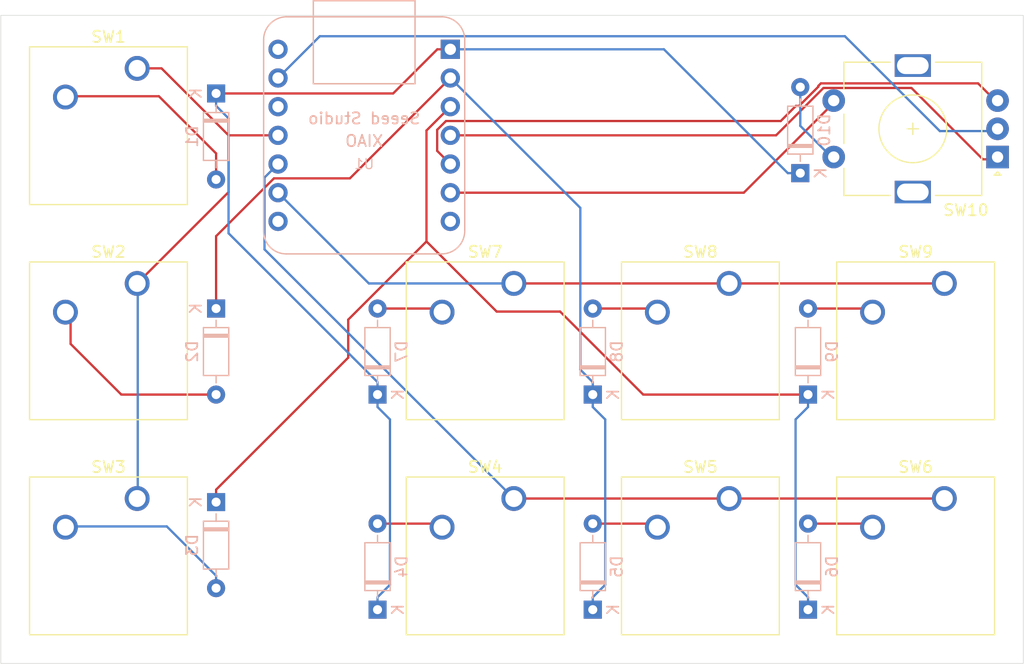
<source format=kicad_pcb>
(kicad_pcb (version 20240108) (generator "pcbnew") (generator_version "8.0")
  (layers (0 "F.Cu" signal) (31 "B.Cu" signal) (34 "B.Paste" user) (35 "F.Paste" user) (36 "B.SilkS" user "B.Silkscreen") (37 "F.SilkS" user "F.Silkscreen") (38 "B.Mask" user) (39 "F.Mask" user) (44 "Edge.Cuts" user))
  (net 0 "")
  (net 1 "Row 1")
  (net 2 "Net-(D1-A)")
  (net 3 "Net-(D2-A)")
  (net 4 "Net-(D3-A)")
  (net 5 "Row 0")
  (net 6 "Net-(D4-A)")
  (net 7 "Net-(D5-A)")
  (net 8 "Net-(D6-A)")
  (net 9 "Net-(D7-A)")
  (net 10 "Net-(D8-A)")
  (net 11 "Net-(D9-A)")
  (net 12 "Col 0")
  (net 13 "Col 1")
  (net 14 "Row 2")
  (net 15 "Col 2")
  (net 16 "Col 3")
  (net 17 "pin b")
  (net 19 "pin a")
  (net 22 "GND")
  (net 23 "VCC")
  (net 24 "Rotation1")
  (footprint "Rotary_Encoder:RotaryEncoder_Alps_EC11E-Switch_Vertical_H20mm" (layer "F.Cu") (at 159.65 88.5 180)
    (property "Reference" "SW10" (at 2.8 -4.7 0) (layer "F.SilkS"))
    (property "Value" "RotaryEncoder_Switch")
    (fp_line (start 13.6 8.4) (end 9.5 8.4) (stroke (width 0.12)) (layer "F.SilkS"))
    (fp_line (start 13.6 6) (end 13.6 8.4) (stroke (width 0.12)) (layer "F.SilkS"))
    (fp_line (start 13.6 1.2) (end 13.6 3.8) (stroke (width 0.12)) (layer "F.SilkS"))
    (fp_line (start 13.6 -3.4) (end 13.6 -1) (stroke (width 0.12)) (layer "F.SilkS"))
    (fp_line (start 9.5 -3.4) (end 13.6 -3.4) (stroke (width 0.12)) (layer "F.SilkS"))
    (fp_line (start 7.5 2) (end 7.5 3) (stroke (width 0.12)) (layer "F.SilkS"))
    (fp_line (start 7 2.5) (end 8 2.5) (stroke (width 0.12)) (layer "F.SilkS"))
    (fp_line (start 5.5 8.4) (end 1.4 8.4) (stroke (width 0.12)) (layer "F.SilkS"))
    (fp_line (start 5.5 -3.4) (end 1.4 -3.4) (stroke (width 0.12)) (layer "F.SilkS"))
    (fp_line (start 1.4 -3.4) (end 1.4 8.4) (stroke (width 0.12)) (layer "F.SilkS"))
    (fp_line (start 0.3 -1.6) (end 0 -1.3) (stroke (width 0.12)) (layer "F.SilkS"))
    (fp_line (start 0 -1.3) (end -0.3 -1.6) (stroke (width 0.12)) (layer "F.SilkS"))
    (fp_line (start -0.3 -1.6) (end 0.3 -1.6) (stroke (width 0.12)) (layer "F.SilkS"))
    (fp_circle (center 7.5 2.5) (end 10.5 2.5) (stroke (width 0.12)) (fill none) (layer "F.SilkS"))
    (pad "A" thru_hole rect (at 0 0 180) (size 2 2) (drill 1) (layers "*.Cu" "*.Mask") (net 19 "pin a"))
    (pad "B" thru_hole circle (at 0 5 180) (size 2 2) (drill 1) (layers "*.Cu" "*.Mask") (net 17 "pin b"))
    (pad "C" thru_hole circle (at 0 2.5 180) (size 2 2) (drill 1) (layers "*.Cu" "*.Mask") (net 22 "GND"))
    (pad "MP" thru_hole rect (at 7.5 -3.1 180) (size 3.2 2) (drill oval 2.8 1.5) (layers "*.Cu" "*.Mask"))
    (pad "MP" thru_hole rect (at 7.5 8.1 180) (size 3.2 2) (drill oval 2.8 1.5) (layers "*.Cu" "*.Mask"))
    (pad "S1" thru_hole circle (at 14.5 5 180) (size 2 2) (drill 1) (layers "*.Cu" "*.Mask") (net 16 "Col 3"))
    (pad "S2" thru_hole circle (at 14.5 0 180) (size 2 2) (drill 1) (layers "*.Cu" "*.Mask") (net 24 "Rotation1"))
  )
  (footprint "Button_Switch_Keyboard:SW_Cherry_MX_1.00u_PCB" (layer "F.Cu") (at 116.84 99.695)
    (property "Reference" "SW7" (at -2.54 -2.794 0) (layer "F.SilkS"))
    (property "Value" "SW_Push_45deg")
    (fp_line (start -9.525 -1.905) (end 4.445 -1.905) (stroke (width 0.12)) (layer "F.SilkS"))
    (fp_line (start -9.525 12.065) (end -9.525 -1.905) (stroke (width 0.12)) (layer "F.SilkS"))
    (fp_line (start 4.445 -1.905) (end 4.445 12.065) (stroke (width 0.12)) (layer "F.SilkS"))
    (fp_line (start 4.445 12.065) (end -9.525 12.065) (stroke (width 0.12)) (layer "F.SilkS"))
    (pad "" np_thru_hole circle (at -7.62 5.08) (size 1.7 1.7) (drill 1.7) (layers "*.Cu" "*.Mask"))
    (pad "" np_thru_hole circle (at -2.54 5.08) (size 4 4) (drill 4) (layers "*.Cu" "*.Mask"))
    (pad "" np_thru_hole circle (at 2.54 5.08) (size 1.7 1.7) (drill 1.7) (layers "*.Cu" "*.Mask"))
    (pad "1" thru_hole circle (at 0 0) (size 2.2 2.2) (drill 1.5) (layers "*.Cu" "*.Mask") (net 15 "Col 2"))
    (pad "2" thru_hole circle (at -6.35 2.54) (size 2.2 2.2) (drill 1.5) (layers "*.Cu" "*.Mask") (net 9 "Net-(D7-A)"))
  )
  (footprint "Button_Switch_Keyboard:SW_Cherry_MX_1.00u_PCB" (layer "F.Cu") (at 154.94 118.745)
    (property "Reference" "SW6" (at -2.54 -2.794 0) (layer "F.SilkS"))
    (property "Value" "SW_Push_45deg")
    (fp_line (start -9.525 -1.905) (end 4.445 -1.905) (stroke (width 0.12)) (layer "F.SilkS"))
    (fp_line (start -9.525 12.065) (end -9.525 -1.905) (stroke (width 0.12)) (layer "F.SilkS"))
    (fp_line (start 4.445 -1.905) (end 4.445 12.065) (stroke (width 0.12)) (layer "F.SilkS"))
    (fp_line (start 4.445 12.065) (end -9.525 12.065) (stroke (width 0.12)) (layer "F.SilkS"))
    (pad "" np_thru_hole circle (at -7.62 5.08) (size 1.7 1.7) (drill 1.7) (layers "*.Cu" "*.Mask"))
    (pad "" np_thru_hole circle (at -2.54 5.08) (size 4 4) (drill 4) (layers "*.Cu" "*.Mask"))
    (pad "" np_thru_hole circle (at 2.54 5.08) (size 1.7 1.7) (drill 1.7) (layers "*.Cu" "*.Mask"))
    (pad "1" thru_hole circle (at 0 0) (size 2.2 2.2) (drill 1.5) (layers "*.Cu" "*.Mask") (net 13 "Col 1"))
    (pad "2" thru_hole circle (at -6.35 2.54) (size 2.2 2.2) (drill 1.5) (layers "*.Cu" "*.Mask") (net 8 "Net-(D6-A)"))
  )
  (footprint "Button_Switch_Keyboard:SW_Cherry_MX_1.00u_PCB" (layer "F.Cu") (at 154.94 99.695)
    (property "Reference" "SW9" (at -2.54 -2.794 0) (layer "F.SilkS"))
    (property "Value" "SW_Push_45deg")
    (fp_line (start -9.525 -1.905) (end 4.445 -1.905) (stroke (width 0.12)) (layer "F.SilkS"))
    (fp_line (start -9.525 12.065) (end -9.525 -1.905) (stroke (width 0.12)) (layer "F.SilkS"))
    (fp_line (start 4.445 -1.905) (end 4.445 12.065) (stroke (width 0.12)) (layer "F.SilkS"))
    (fp_line (start 4.445 12.065) (end -9.525 12.065) (stroke (width 0.12)) (layer "F.SilkS"))
    (pad "" np_thru_hole circle (at -7.62 5.08) (size 1.7 1.7) (drill 1.7) (layers "*.Cu" "*.Mask"))
    (pad "" np_thru_hole circle (at -2.54 5.08) (size 4 4) (drill 4) (layers "*.Cu" "*.Mask"))
    (pad "" np_thru_hole circle (at 2.54 5.08) (size 1.7 1.7) (drill 1.7) (layers "*.Cu" "*.Mask"))
    (pad "1" thru_hole circle (at 0 0) (size 2.2 2.2) (drill 1.5) (layers "*.Cu" "*.Mask") (net 15 "Col 2"))
    (pad "2" thru_hole circle (at -6.35 2.54) (size 2.2 2.2) (drill 1.5) (layers "*.Cu" "*.Mask") (net 11 "Net-(D9-A)"))
  )
  (footprint "Button_Switch_Keyboard:SW_Cherry_MX_1.00u_PCB" (layer "F.Cu") (at 83.5025 118.745)
    (property "Reference" "SW3" (at -2.54 -2.794 0) (layer "F.SilkS"))
    (property "Value" "SW_Push_45deg")
    (fp_line (start -9.525 -1.905) (end 4.445 -1.905) (stroke (width 0.12)) (layer "F.SilkS"))
    (fp_line (start -9.525 12.065) (end -9.525 -1.905) (stroke (width 0.12)) (layer "F.SilkS"))
    (fp_line (start 4.445 -1.905) (end 4.445 12.065) (stroke (width 0.12)) (layer "F.SilkS"))
    (fp_line (start 4.445 12.065) (end -9.525 12.065) (stroke (width 0.12)) (layer "F.SilkS"))
    (pad "" np_thru_hole circle (at -7.62 5.08) (size 1.7 1.7) (drill 1.7) (layers "*.Cu" "*.Mask"))
    (pad "" np_thru_hole circle (at -2.54 5.08) (size 4 4) (drill 4) (layers "*.Cu" "*.Mask"))
    (pad "" np_thru_hole circle (at 2.54 5.08) (size 1.7 1.7) (drill 1.7) (layers "*.Cu" "*.Mask"))
    (pad "1" thru_hole circle (at 0 0) (size 2.2 2.2) (drill 1.5) (layers "*.Cu" "*.Mask") (net 12 "Col 0"))
    (pad "2" thru_hole circle (at -6.35 2.54) (size 2.2 2.2) (drill 1.5) (layers "*.Cu" "*.Mask") (net 4 "Net-(D3-A)"))
  )
  (footprint "Button_Switch_Keyboard:SW_Cherry_MX_1.00u_PCB" (layer "F.Cu") (at 83.5025 99.695)
    (property "Reference" "SW2" (at -2.54 -2.794 0) (layer "F.SilkS"))
    (property "Value" "SW_Push_45deg")
    (fp_line (start -9.525 -1.905) (end 4.445 -1.905) (stroke (width 0.12)) (layer "F.SilkS"))
    (fp_line (start -9.525 12.065) (end -9.525 -1.905) (stroke (width 0.12)) (layer "F.SilkS"))
    (fp_line (start 4.445 -1.905) (end 4.445 12.065) (stroke (width 0.12)) (layer "F.SilkS"))
    (fp_line (start 4.445 12.065) (end -9.525 12.065) (stroke (width 0.12)) (layer "F.SilkS"))
    (pad "" np_thru_hole circle (at -7.62 5.08) (size 1.7 1.7) (drill 1.7) (layers "*.Cu" "*.Mask"))
    (pad "" np_thru_hole circle (at -2.54 5.08) (size 4 4) (drill 4) (layers "*.Cu" "*.Mask"))
    (pad "" np_thru_hole circle (at 2.54 5.08) (size 1.7 1.7) (drill 1.7) (layers "*.Cu" "*.Mask"))
    (pad "1" thru_hole circle (at 0 0) (size 2.2 2.2) (drill 1.5) (layers "*.Cu" "*.Mask") (net 12 "Col 0"))
    (pad "2" thru_hole circle (at -6.35 2.54) (size 2.2 2.2) (drill 1.5) (layers "*.Cu" "*.Mask") (net 3 "Net-(D2-A)"))
  )
  (footprint "Button_Switch_Keyboard:SW_Cherry_MX_1.00u_PCB" (layer "F.Cu") (at 135.89 99.695)
    (property "Reference" "SW8" (at -2.54 -2.794 0) (layer "F.SilkS"))
    (property "Value" "SW_Push_45deg")
    (fp_line (start -9.525 -1.905) (end 4.445 -1.905) (stroke (width 0.12)) (layer "F.SilkS"))
    (fp_line (start -9.525 12.065) (end -9.525 -1.905) (stroke (width 0.12)) (layer "F.SilkS"))
    (fp_line (start 4.445 -1.905) (end 4.445 12.065) (stroke (width 0.12)) (layer "F.SilkS"))
    (fp_line (start 4.445 12.065) (end -9.525 12.065) (stroke (width 0.12)) (layer "F.SilkS"))
    (pad "" np_thru_hole circle (at -7.62 5.08) (size 1.7 1.7) (drill 1.7) (layers "*.Cu" "*.Mask"))
    (pad "" np_thru_hole circle (at -2.54 5.08) (size 4 4) (drill 4) (layers "*.Cu" "*.Mask"))
    (pad "" np_thru_hole circle (at 2.54 5.08) (size 1.7 1.7) (drill 1.7) (layers "*.Cu" "*.Mask"))
    (pad "1" thru_hole circle (at 0 0) (size 2.2 2.2) (drill 1.5) (layers "*.Cu" "*.Mask") (net 15 "Col 2"))
    (pad "2" thru_hole circle (at -6.35 2.54) (size 2.2 2.2) (drill 1.5) (layers "*.Cu" "*.Mask") (net 10 "Net-(D8-A)"))
  )
  (footprint "Button_Switch_Keyboard:SW_Cherry_MX_1.00u_PCB" (layer "F.Cu") (at 116.84 118.745)
    (property "Reference" "SW4" (at -2.54 -2.794 0) (layer "F.SilkS"))
    (property "Value" "SW_Push_45deg")
    (fp_line (start -9.525 -1.905) (end 4.445 -1.905) (stroke (width 0.12)) (layer "F.SilkS"))
    (fp_line (start -9.525 12.065) (end -9.525 -1.905) (stroke (width 0.12)) (layer "F.SilkS"))
    (fp_line (start 4.445 -1.905) (end 4.445 12.065) (stroke (width 0.12)) (layer "F.SilkS"))
    (fp_line (start 4.445 12.065) (end -9.525 12.065) (stroke (width 0.12)) (layer "F.SilkS"))
    (pad "" np_thru_hole circle (at -7.62 5.08) (size 1.7 1.7) (drill 1.7) (layers "*.Cu" "*.Mask"))
    (pad "" np_thru_hole circle (at -2.54 5.08) (size 4 4) (drill 4) (layers "*.Cu" "*.Mask"))
    (pad "" np_thru_hole circle (at 2.54 5.08) (size 1.7 1.7) (drill 1.7) (layers "*.Cu" "*.Mask"))
    (pad "1" thru_hole circle (at 0 0) (size 2.2 2.2) (drill 1.5) (layers "*.Cu" "*.Mask") (net 13 "Col 1"))
    (pad "2" thru_hole circle (at -6.35 2.54) (size 2.2 2.2) (drill 1.5) (layers "*.Cu" "*.Mask") (net 6 "Net-(D4-A)"))
  )
  (footprint "Button_Switch_Keyboard:SW_Cherry_MX_1.00u_PCB" (layer "F.Cu") (at 135.89 118.745)
    (property "Reference" "SW5" (at -2.54 -2.794 0) (layer "F.SilkS"))
    (property "Value" "SW_Push_45deg")
    (fp_line (start -9.525 -1.905) (end 4.445 -1.905) (stroke (width 0.12)) (layer "F.SilkS"))
    (fp_line (start -9.525 12.065) (end -9.525 -1.905) (stroke (width 0.12)) (layer "F.SilkS"))
    (fp_line (start 4.445 -1.905) (end 4.445 12.065) (stroke (width 0.12)) (layer "F.SilkS"))
    (fp_line (start 4.445 12.065) (end -9.525 12.065) (stroke (width 0.12)) (layer "F.SilkS"))
    (pad "" np_thru_hole circle (at -7.62 5.08) (size 1.7 1.7) (drill 1.7) (layers "*.Cu" "*.Mask"))
    (pad "" np_thru_hole circle (at -2.54 5.08) (size 4 4) (drill 4) (layers "*.Cu" "*.Mask"))
    (pad "" np_thru_hole circle (at 2.54 5.08) (size 1.7 1.7) (drill 1.7) (layers "*.Cu" "*.Mask"))
    (pad "1" thru_hole circle (at 0 0) (size 2.2 2.2) (drill 1.5) (layers "*.Cu" "*.Mask") (net 13 "Col 1"))
    (pad "2" thru_hole circle (at -6.35 2.54) (size 2.2 2.2) (drill 1.5) (layers "*.Cu" "*.Mask") (net 7 "Net-(D5-A)"))
  )
  (footprint "Button_Switch_Keyboard:SW_Cherry_MX_1.00u_PCB" (layer "F.Cu") (at 83.5025 80.645)
    (property "Reference" "SW1" (at -2.54 -2.794 0) (layer "F.SilkS"))
    (property "Value" "SW_Push_45deg")
    (fp_line (start -9.525 -1.905) (end 4.445 -1.905) (stroke (width 0.12)) (layer "F.SilkS"))
    (fp_line (start -9.525 12.065) (end -9.525 -1.905) (stroke (width 0.12)) (layer "F.SilkS"))
    (fp_line (start 4.445 -1.905) (end 4.445 12.065) (stroke (width 0.12)) (layer "F.SilkS"))
    (fp_line (start 4.445 12.065) (end -9.525 12.065) (stroke (width 0.12)) (layer "F.SilkS"))
    (pad "" np_thru_hole circle (at -7.62 5.08) (size 1.7 1.7) (drill 1.7) (layers "*.Cu" "*.Mask"))
    (pad "" np_thru_hole circle (at -2.54 5.08) (size 4 4) (drill 4) (layers "*.Cu" "*.Mask"))
    (pad "" np_thru_hole circle (at 2.54 5.08) (size 1.7 1.7) (drill 1.7) (layers "*.Cu" "*.Mask"))
    (pad "1" thru_hole circle (at 0 0) (size 2.2 2.2) (drill 1.5) (layers "*.Cu" "*.Mask") (net 12 "Col 0"))
    (pad "2" thru_hole circle (at -6.35 2.54) (size 2.2 2.2) (drill 1.5) (layers "*.Cu" "*.Mask") (net 2 "Net-(D1-A)"))
  )
  (footprint "Diode_THT:D_DO-35_SOD27_P7.62mm_Horizontal" (layer "B.Cu") (at 142.1912 89.926 90)
    (property "Reference" "D10" (at 3.81 2.12 -90) (layer "B.SilkS") (effects (justify mirror)))
    (property "Value" "1N4148")
    (fp_line (start 5.93 -1.12) (end 1.69 -1.12) (stroke (width 0.12)) (layer "B.SilkS"))
    (fp_line (start 2.53 -1.12) (end 2.53 1.12) (stroke (width 0.12)) (layer "B.SilkS"))
    (fp_line (start 2.41 -1.12) (end 2.41 1.12) (stroke (width 0.12)) (layer "B.SilkS"))
    (fp_line (start 2.29 -1.12) (end 2.29 1.12) (stroke (width 0.12)) (layer "B.SilkS"))
    (fp_line (start 1.69 -1.12) (end 1.69 1.12) (stroke (width 0.12)) (layer "B.SilkS"))
    (fp_line (start 5.93 0) (end 6.58 0) (stroke (width 0.12)) (layer "B.SilkS"))
    (fp_line (start 1.69 0) (end 1.04 0) (stroke (width 0.12)) (layer "B.SilkS"))
    (fp_line (start 5.93 1.12) (end 5.93 -1.12) (stroke (width 0.12)) (layer "B.SilkS"))
    (fp_line (start 1.69 1.12) (end 5.93 1.12) (stroke (width 0.12)) (layer "B.SilkS"))
    (fp_text user "K" (at 0 1.8 -90) (layer "B.SilkS") (effects (justify mirror)))
    (pad "1" thru_hole rect (at 0 0 90) (size 1.6 1.6) (drill 0.8) (layers "*.Cu" "*.Mask") (net 5 "Row 0"))
    (pad "2" thru_hole oval (at 7.62 0 90) (size 1.6 1.6) (drill 0.8) (layers "*.Cu" "*.Mask") (net 24 "Rotation1"))
  )
  (footprint "Diode_THT:D_DO-35_SOD27_P7.62mm_Horizontal" (layer "B.Cu") (at 123.825 128.5875 90)
    (property "Reference" "D5" (at 3.81 2.12 -90) (layer "B.SilkS") (effects (justify mirror)))
    (property "Value" "1N4148")
    (fp_line (start 5.93 -1.12) (end 1.69 -1.12) (stroke (width 0.12)) (layer "B.SilkS"))
    (fp_line (start 2.53 -1.12) (end 2.53 1.12) (stroke (width 0.12)) (layer "B.SilkS"))
    (fp_line (start 2.41 -1.12) (end 2.41 1.12) (stroke (width 0.12)) (layer "B.SilkS"))
    (fp_line (start 2.29 -1.12) (end 2.29 1.12) (stroke (width 0.12)) (layer "B.SilkS"))
    (fp_line (start 1.69 -1.12) (end 1.69 1.12) (stroke (width 0.12)) (layer "B.SilkS"))
    (fp_line (start 5.93 0) (end 6.58 0) (stroke (width 0.12)) (layer "B.SilkS"))
    (fp_line (start 1.69 0) (end 1.04 0) (stroke (width 0.12)) (layer "B.SilkS"))
    (fp_line (start 5.93 1.12) (end 5.93 -1.12) (stroke (width 0.12)) (layer "B.SilkS"))
    (fp_line (start 1.69 1.12) (end 5.93 1.12) (stroke (width 0.12)) (layer "B.SilkS"))
    (fp_text user "K" (at 0 1.8 -90) (layer "B.SilkS") (effects (justify mirror)))
    (pad "1" thru_hole rect (at 0 0 90) (size 1.6 1.6) (drill 0.8) (layers "*.Cu" "*.Mask") (net 1 "Row 1"))
    (pad "2" thru_hole oval (at 7.62 0 90) (size 1.6 1.6) (drill 0.8) (layers "*.Cu" "*.Mask") (net 7 "Net-(D5-A)"))
  )
  (footprint "Diode_THT:D_DO-35_SOD27_P7.62mm_Horizontal" (layer "B.Cu") (at 90.4875 119.0625 -90)
    (property "Reference" "D3" (at 3.81 2.12 90) (layer "B.SilkS") (effects (justify mirror)))
    (property "Value" "1N4148")
    (fp_line (start 1.69 1.12) (end 5.93 1.12) (stroke (width 0.12)) (layer "B.SilkS"))
    (fp_line (start 5.93 1.12) (end 5.93 -1.12) (stroke (width 0.12)) (layer "B.SilkS"))
    (fp_line (start 1.69 0) (end 1.04 0) (stroke (width 0.12)) (layer "B.SilkS"))
    (fp_line (start 5.93 0) (end 6.58 0) (stroke (width 0.12)) (layer "B.SilkS"))
    (fp_line (start 1.69 -1.12) (end 1.69 1.12) (stroke (width 0.12)) (layer "B.SilkS"))
    (fp_line (start 2.29 -1.12) (end 2.29 1.12) (stroke (width 0.12)) (layer "B.SilkS"))
    (fp_line (start 2.41 -1.12) (end 2.41 1.12) (stroke (width 0.12)) (layer "B.SilkS"))
    (fp_line (start 2.53 -1.12) (end 2.53 1.12) (stroke (width 0.12)) (layer "B.SilkS"))
    (fp_line (start 5.93 -1.12) (end 1.69 -1.12) (stroke (width 0.12)) (layer "B.SilkS"))
    (fp_text user "K" (at 0 1.8 90) (layer "B.SilkS") (effects (justify mirror)))
    (pad "1" thru_hole rect (at 0 0 270) (size 1.6 1.6) (drill 0.8) (layers "*.Cu" "*.Mask") (net 14 "Row 2"))
    (pad "2" thru_hole oval (at 7.62 0 270) (size 1.6 1.6) (drill 0.8) (layers "*.Cu" "*.Mask") (net 4 "Net-(D3-A)"))
  )
  (footprint "Diode_THT:D_DO-35_SOD27_P7.62mm_Horizontal" (layer "B.Cu") (at 90.4875 101.9175 -90)
    (property "Reference" "D2" (at 3.81 2.12 90) (layer "B.SilkS") (effects (justify mirror)))
    (property "Value" "1N4148")
    (fp_line (start 1.69 1.12) (end 5.93 1.12) (stroke (width 0.12)) (layer "B.SilkS"))
    (fp_line (start 5.93 1.12) (end 5.93 -1.12) (stroke (width 0.12)) (layer "B.SilkS"))
    (fp_line (start 1.69 0) (end 1.04 0) (stroke (width 0.12)) (layer "B.SilkS"))
    (fp_line (start 5.93 0) (end 6.58 0) (stroke (width 0.12)) (layer "B.SilkS"))
    (fp_line (start 1.69 -1.12) (end 1.69 1.12) (stroke (width 0.12)) (layer "B.SilkS"))
    (fp_line (start 2.29 -1.12) (end 2.29 1.12) (stroke (width 0.12)) (layer "B.SilkS"))
    (fp_line (start 2.41 -1.12) (end 2.41 1.12) (stroke (width 0.12)) (layer "B.SilkS"))
    (fp_line (start 2.53 -1.12) (end 2.53 1.12) (stroke (width 0.12)) (layer "B.SilkS"))
    (fp_line (start 5.93 -1.12) (end 1.69 -1.12) (stroke (width 0.12)) (layer "B.SilkS"))
    (fp_text user "K" (at 0 1.8 90) (layer "B.SilkS") (effects (justify mirror)))
    (pad "1" thru_hole rect (at 0 0 270) (size 1.6 1.6) (drill 0.8) (layers "*.Cu" "*.Mask") (net 1 "Row 1"))
    (pad "2" thru_hole oval (at 7.62 0 270) (size 1.6 1.6) (drill 0.8) (layers "*.Cu" "*.Mask") (net 3 "Net-(D2-A)"))
  )
  (footprint "Diode_THT:D_DO-35_SOD27_P7.62mm_Horizontal" (layer "B.Cu") (at 142.875 109.5375 90)
    (property "Reference" "D9" (at 3.81 2.12 -90) (layer "B.SilkS") (effects (justify mirror)))
    (property "Value" "1N4148")
    (fp_line (start 5.93 -1.12) (end 1.69 -1.12) (stroke (width 0.12)) (layer "B.SilkS"))
    (fp_line (start 2.53 -1.12) (end 2.53 1.12) (stroke (width 0.12)) (layer "B.SilkS"))
    (fp_line (start 2.41 -1.12) (end 2.41 1.12) (stroke (width 0.12)) (layer "B.SilkS"))
    (fp_line (start 2.29 -1.12) (end 2.29 1.12) (stroke (width 0.12)) (layer "B.SilkS"))
    (fp_line (start 1.69 -1.12) (end 1.69 1.12) (stroke (width 0.12)) (layer "B.SilkS"))
    (fp_line (start 5.93 0) (end 6.58 0) (stroke (width 0.12)) (layer "B.SilkS"))
    (fp_line (start 1.69 0) (end 1.04 0) (stroke (width 0.12)) (layer "B.SilkS"))
    (fp_line (start 5.93 1.12) (end 5.93 -1.12) (stroke (width 0.12)) (layer "B.SilkS"))
    (fp_line (start 1.69 1.12) (end 5.93 1.12) (stroke (width 0.12)) (layer "B.SilkS"))
    (fp_text user "K" (at 0 1.8 -90) (layer "B.SilkS") (effects (justify mirror)))
    (pad "1" thru_hole rect (at 0 0 90) (size 1.6 1.6) (drill 0.8) (layers "*.Cu" "*.Mask") (net 14 "Row 2"))
    (pad "2" thru_hole oval (at 7.62 0 90) (size 1.6 1.6) (drill 0.8) (layers "*.Cu" "*.Mask") (net 11 "Net-(D9-A)"))
  )
  (footprint "Diode_THT:D_DO-35_SOD27_P7.62mm_Horizontal" (layer "B.Cu") (at 142.875 128.5875 90)
    (property "Reference" "D6" (at 3.81 2.12 -90) (layer "B.SilkS") (effects (justify mirror)))
    (property "Value" "1N4148")
    (fp_line (start 5.93 -1.12) (end 1.69 -1.12) (stroke (width 0.12)) (layer "B.SilkS"))
    (fp_line (start 2.53 -1.12) (end 2.53 1.12) (stroke (width 0.12)) (layer "B.SilkS"))
    (fp_line (start 2.41 -1.12) (end 2.41 1.12) (stroke (width 0.12)) (layer "B.SilkS"))
    (fp_line (start 2.29 -1.12) (end 2.29 1.12) (stroke (width 0.12)) (layer "B.SilkS"))
    (fp_line (start 1.69 -1.12) (end 1.69 1.12) (stroke (width 0.12)) (layer "B.SilkS"))
    (fp_line (start 5.93 0) (end 6.58 0) (stroke (width 0.12)) (layer "B.SilkS"))
    (fp_line (start 1.69 0) (end 1.04 0) (stroke (width 0.12)) (layer "B.SilkS"))
    (fp_line (start 5.93 1.12) (end 5.93 -1.12) (stroke (width 0.12)) (layer "B.SilkS"))
    (fp_line (start 1.69 1.12) (end 5.93 1.12) (stroke (width 0.12)) (layer "B.SilkS"))
    (fp_text user "K" (at 0 1.8 -90) (layer "B.SilkS") (effects (justify mirror)))
    (pad "1" thru_hole rect (at 0 0 90) (size 1.6 1.6) (drill 0.8) (layers "*.Cu" "*.Mask") (net 14 "Row 2"))
    (pad "2" thru_hole oval (at 7.62 0 90) (size 1.6 1.6) (drill 0.8) (layers "*.Cu" "*.Mask") (net 8 "Net-(D6-A)"))
  )
  (footprint "Seeed Studio XIAO Series Library:XIAO-Generic-Thruhole-14P-2.54-21X17.8MM" (layer "B.Cu") (at 103.5942 86.5778 180)
    (property "Reference" "U1" (at 0 -2.54 0) (layer "B.SilkS") (effects (font (size 0.889 0.889) (thickness 0.1016)) (justify mirror)))
    (property "Value" "Seeed Studio XIAO SAMD21" (hide yes))
    (fp_line (start 8.9 8.5) (end 8.9 -8.5) (stroke (width 0.127)) (layer "B.SilkS"))
    (fp_line (start 6.9 -10.5) (end -6.9 -10.5) (stroke (width 0.127)) (layer "B.SilkS"))
    (fp_line (start 4.5 11.92403) (end -4.5 11.92403) (stroke (width 0.127)) (layer "B.SilkS"))
    (fp_line (start 4.5 4.57073) (end 4.5 11.92403) (stroke (width 0.127)) (layer "B.SilkS"))
    (fp_line (start -4.5 11.92403) (end -4.5 4.57073) (stroke (width 0.127)) (layer "B.SilkS"))
    (fp_line (start -4.5 4.57073) (end 4.5 4.57073) (stroke (width 0.127)) (layer "B.SilkS"))
    (fp_line (start -6.9 10.49909) (end 6.9 10.49909) (stroke (width 0.127)) (layer "B.SilkS"))
    (fp_line (start -8.9 -8.5) (end -8.9 8.5) (stroke (width 0.127)) (layer "B.SilkS"))
    (fp_arc (start 8.9 8.5) (mid 8.301494 9.901494) (end 6.9 10.5) (stroke (width 0.12)) (layer "B.SilkS"))
    (fp_arc (start 6.9 -10.5) (mid 8.314214 -9.914214) (end 8.9 -8.5) (stroke (width 0.12)) (layer "B.SilkS"))
    (fp_arc (start -6.9 10.5) (mid -8.301491 9.901491) (end -8.9 8.5) (stroke (width 0.12)) (layer "B.SilkS"))
    (fp_arc (start -8.9 -8.5) (mid -8.301423 -9.901423) (end -6.9 -10.5) (stroke (width 0.12)) (layer "B.SilkS"))
    (fp_poly (pts (xy -8.887715 8.561705) (xy -8.884667 8.610473) (xy -8.880603 8.659494)) (stroke (width 0.0254)) (fill none) (layer "B.SilkS"))
    (fp_poly (pts (xy 8.889492 -8.521574) (xy 8.887713 -8.57085) (xy 8.884665 -8.619618) (xy 8.880601 -8.668639) (xy 8.875268 -8.717407) (xy 8.868664 -8.766175) (xy 8.861044 -8.81469) (xy 8.852153 -8.86295) (xy 8.842248 -8.910955)) (stroke (width 0.0254)) (fill none) (layer "B.SilkS"))
    (fp_text user "XIAO" (at 0 -0.5 0) (layer "B.SilkS") (effects (justify mirror)))
    (fp_text user "Seeed Studio" (at 0 1.5 0) (layer "B.SilkS") (effects (justify mirror)))
    (pad "1" thru_hole rect (at -7.625 7.62 180) (size 1.7 1.7) (drill 1) (layers "*.Cu" "*.Mask") (net 5 "Row 0"))
    (pad "2" thru_hole circle (at -7.625 5.08 180) (size 1.7 1.7) (drill 1) (layers "*.Cu" "*.Mask") (net 1 "Row 1"))
    (pad "3" thru_hole circle (at -7.625 2.54 180) (size 1.7 1.7) (drill 1) (layers "*.Cu" "*.Mask") (net 14 "Row 2"))
    (pad "4" thru_hole circle (at -7.625 0 180) (size 1.7 1.7) (drill 1) (layers "*.Cu" "*.Mask") (net 19 "pin a"))
    (pad "5" thru_hole circle (at -7.625 -2.54 180) (size 1.7 1.7) (drill 1) (layers "*.Cu" "*.Mask") (net 17 "pin b"))
    (pad "6" thru_hole circle (at -7.625 -5.08) (size 1.7 1.7) (drill 1) (layers "*.Cu" "*.Mask") (net 16 "Col 3"))
    (pad "7" thru_hole circle (at -7.625 -7.62 180) (size 1.7 1.7) (drill 1) (layers "*.Cu" "*.Mask"))
    (pad "8" thru_hole circle (at 7.625 -7.62 180) (size 1.7 1.7) (drill 1) (layers "*.Cu" "*.Mask"))
    (pad "9" thru_hole circle (at 7.625 -5.08 180) (size 1.7 1.7) (drill 1) (layers "*.Cu" "*.Mask") (net 15 "Col 2"))
    (pad "10" thru_hole circle (at 7.625 -2.54 180) (size 1.7 1.7) (drill 1) (layers "*.Cu" "*.Mask") (net 13 "Col 1"))
    (pad "11" thru_hole circle (at 7.625 0 180) (size 1.7 1.7) (drill 1) (layers "*.Cu" "*.Mask") (net 12 "Col 0"))
    (pad "12" thru_hole circle (at 7.625 2.54 180) (size 1.7 1.7) (drill 1) (layers "*.Cu" "*.Mask"))
    (pad "13" thru_hole circle (at 7.625 5.08 180) (size 1.7 1.7) (drill 1) (layers "*.Cu" "*.Mask") (net 22 "GND"))
    (pad "14" thru_hole circle (at 7.625 7.62 180) (size 1.7 1.7) (drill 1) (layers "*.Cu" "*.Mask") (net 23 "VCC"))
  )
  (footprint "Diode_THT:D_DO-35_SOD27_P7.62mm_Horizontal" (layer "B.Cu") (at 104.775 128.5875 90)
    (property "Reference" "D4" (at 3.81 2.12 -90) (layer "B.SilkS") (effects (justify mirror)))
    (property "Value" "1N4148")
    (fp_line (start 5.93 -1.12) (end 1.69 -1.12) (stroke (width 0.12)) (layer "B.SilkS"))
    (fp_line (start 2.53 -1.12) (end 2.53 1.12) (stroke (width 0.12)) (layer "B.SilkS"))
    (fp_line (start 2.41 -1.12) (end 2.41 1.12) (stroke (width 0.12)) (layer "B.SilkS"))
    (fp_line (start 2.29 -1.12) (end 2.29 1.12) (stroke (width 0.12)) (layer "B.SilkS"))
    (fp_line (start 1.69 -1.12) (end 1.69 1.12) (stroke (width 0.12)) (layer "B.SilkS"))
    (fp_line (start 5.93 0) (end 6.58 0) (stroke (width 0.12)) (layer "B.SilkS"))
    (fp_line (start 1.69 0) (end 1.04 0) (stroke (width 0.12)) (layer "B.SilkS"))
    (fp_line (start 5.93 1.12) (end 5.93 -1.12) (stroke (width 0.12)) (layer "B.SilkS"))
    (fp_line (start 1.69 1.12) (end 5.93 1.12) (stroke (width 0.12)) (layer "B.SilkS"))
    (fp_text user "K" (at 0 1.8 -90) (layer "B.SilkS") (effects (justify mirror)))
    (pad "1" thru_hole rect (at 0 0 90) (size 1.6 1.6) (drill 0.8) (layers "*.Cu" "*.Mask") (net 5 "Row 0"))
    (pad "2" thru_hole oval (at 7.62 0 90) (size 1.6 1.6) (drill 0.8) (layers "*.Cu" "*.Mask") (net 6 "Net-(D4-A)"))
  )
  (footprint "Diode_THT:D_DO-35_SOD27_P7.62mm_Horizontal" (layer "B.Cu") (at 104.775 109.5375 90)
    (property "Reference" "D7" (at 3.81 2.12 -90) (layer "B.SilkS") (effects (justify mirror)))
    (property "Value" "1N4148")
    (fp_line (start 5.93 -1.12) (end 1.69 -1.12) (stroke (width 0.12)) (layer "B.SilkS"))
    (fp_line (start 2.53 -1.12) (end 2.53 1.12) (stroke (width 0.12)) (layer "B.SilkS"))
    (fp_line (start 2.41 -1.12) (end 2.41 1.12) (stroke (width 0.12)) (layer "B.SilkS"))
    (fp_line (start 2.29 -1.12) (end 2.29 1.12) (stroke (width 0.12)) (layer "B.SilkS"))
    (fp_line (start 1.69 -1.12) (end 1.69 1.12) (stroke (width 0.12)) (layer "B.SilkS"))
    (fp_line (start 5.93 0) (end 6.58 0) (stroke (width 0.12)) (layer "B.SilkS"))
    (fp_line (start 1.69 0) (end 1.04 0) (stroke (width 0.12)) (layer "B.SilkS"))
    (fp_line (start 5.93 1.12) (end 5.93 -1.12) (stroke (width 0.12)) (layer "B.SilkS"))
    (fp_line (start 1.69 1.12) (end 5.93 1.12) (stroke (width 0.12)) (layer "B.SilkS"))
    (fp_text user "K" (at 0 1.8 -90) (layer "B.SilkS") (effects (justify mirror)))
    (pad "1" thru_hole rect (at 0 0 90) (size 1.6 1.6) (drill 0.8) (layers "*.Cu" "*.Mask") (net 5 "Row 0"))
    (pad "2" thru_hole oval (at 7.62 0 90) (size 1.6 1.6) (drill 0.8) (layers "*.Cu" "*.Mask") (net 9 "Net-(D7-A)"))
  )
  (footprint "Diode_THT:D_DO-35_SOD27_P7.62mm_Horizontal" (layer "B.Cu") (at 90.4875 82.8675 -90)
    (property "Reference" "D1" (at 3.81 2.12 90) (layer "B.SilkS") (effects (justify mirror)))
    (property "Value" "1N4148")
    (fp_line (start 1.69 1.12) (end 5.93 1.12) (stroke (width 0.12)) (layer "B.SilkS"))
    (fp_line (start 5.93 1.12) (end 5.93 -1.12) (stroke (width 0.12)) (layer "B.SilkS"))
    (fp_line (start 1.69 0) (end 1.04 0) (stroke (width 0.12)) (layer "B.SilkS"))
    (fp_line (start 5.93 0) (end 6.58 0) (stroke (width 0.12)) (layer "B.SilkS"))
    (fp_line (start 1.69 -1.12) (end 1.69 1.12) (stroke (width 0.12)) (layer "B.SilkS"))
    (fp_line (start 2.29 -1.12) (end 2.29 1.12) (stroke (width 0.12)) (layer "B.SilkS"))
    (fp_line (start 2.41 -1.12) (end 2.41 1.12) (stroke (width 0.12)) (layer "B.SilkS"))
    (fp_line (start 2.53 -1.12) (end 2.53 1.12) (stroke (width 0.12)) (layer "B.SilkS"))
    (fp_line (start 5.93 -1.12) (end 1.69 -1.12) (stroke (width 0.12)) (layer "B.SilkS"))
    (fp_text user "K" (at 0 1.8 90) (layer "B.SilkS") (effects (justify mirror)))
    (pad "1" thru_hole rect (at 0 0 270) (size 1.6 1.6) (drill 0.8) (layers "*.Cu" "*.Mask") (net 5 "Row 0"))
    (pad "2" thru_hole oval (at 7.62 0 270) (size 1.6 1.6) (drill 0.8) (layers "*.Cu" "*.Mask") (net 2 "Net-(D1-A)"))
  )
  (footprint "Diode_THT:D_DO-35_SOD27_P7.62mm_Horizontal" (layer "B.Cu") (at 123.825 109.5375 90)
    (property "Reference" "D8" (at 3.81 2.12 -90) (layer "B.SilkS") (effects (justify mirror)))
    (property "Value" "1N4148")
    (fp_line (start 5.93 -1.12) (end 1.69 -1.12) (stroke (width 0.12)) (layer "B.SilkS"))
    (fp_line (start 2.53 -1.12) (end 2.53 1.12) (stroke (width 0.12)) (layer "B.SilkS"))
    (fp_line (start 2.41 -1.12) (end 2.41 1.12) (stroke (width 0.12)) (layer "B.SilkS"))
    (fp_line (start 2.29 -1.12) (end 2.29 1.12) (stroke (width 0.12)) (layer "B.SilkS"))
    (fp_line (start 1.69 -1.12) (end 1.69 1.12) (stroke (width 0.12)) (layer "B.SilkS"))
    (fp_line (start 5.93 0) (end 6.58 0) (stroke (width 0.12)) (layer "B.SilkS"))
    (fp_line (start 1.69 0) (end 1.04 0) (stroke (width 0.12)) (layer "B.SilkS"))
    (fp_line (start 5.93 1.12) (end 5.93 -1.12) (stroke (width 0.12)) (layer "B.SilkS"))
    (fp_line (start 1.69 1.12) (end 5.93 1.12) (stroke (width 0.12)) (layer "B.SilkS"))
    (fp_text user "K" (at 0 1.8 -90) (layer "B.SilkS") (effects (justify mirror)))
    (pad "1" thru_hole rect (at 0 0 90) (size 1.6 1.6) (drill 0.8) (layers "*.Cu" "*.Mask") (net 1 "Row 1"))
    (pad "2" thru_hole oval (at 7.62 0 90) (size 1.6 1.6) (drill 0.8) (layers "*.Cu" "*.Mask") (net 10 "Net-(D8-A)"))
  )
  (gr_rect (start 71.4375 75.950829) (end 161.925 133.35) (stroke (width 0.05)) (fill none) (layer "Edge.Cuts"))
  (segment (start 102.3292 90.3878) (end 95.6071 90.3878) (width 0.2) (layer "F.Cu") (net 1))
  (segment (start 111.2192 81.4978) (end 102.3292 90.3878) (width 0.2) (layer "F.Cu") (net 1))
  (segment (start 95.6071 90.3878) (end 90.4875 95.5074) (width 0.2) (layer "F.Cu") (net 1))
  (segment (start 90.4875 95.5074) (end 90.4875 101.9175) (width 0.2) (layer "F.Cu") (net 1))
  (segment (start 122.7233 107.3341) (end 123.825 108.4358) (width 0.2) (layer "B.Cu") (net 1))
  (segment (start 124.9267 111.7409) (end 124.9267 126.3841) (width 0.2) (layer "B.Cu") (net 1))
  (segment (start 111.2192 81.4978) (end 122.7233 93.0019) (width 0.2) (layer "B.Cu") (net 1))
  (segment (start 123.825 109.5375) (end 123.825 110.6392) (width 0.2) (layer "B.Cu") (net 1))
  (segment (start 124.9267 126.3841) (end 123.825 127.4858) (width 0.2) (layer "B.Cu") (net 1))
  (segment (start 123.825 109.5375) (end 123.825 108.4358) (width 0.2) (layer "B.Cu") (net 1))
  (segment (start 122.7233 93.0019) (end 122.7233 107.3341) (width 0.2) (layer "B.Cu") (net 1))
  (segment (start 123.825 110.6392) (end 124.9267 111.7409) (width 0.2) (layer "B.Cu") (net 1))
  (segment (start 123.825 128.5875) (end 123.825 127.4858) (width 0.2) (layer "B.Cu") (net 1))
  (segment (start 90.4875 90.4875) (end 90.4875 89.3858) (width 0.2) (layer "F.Cu") (net 2))
  (segment (start 90.4875 88.1787) (end 85.4245 83.1157) (width 0.2) (layer "F.Cu") (net 2))
  (segment (start 77.2218 83.1157) (end 77.1525 83.185) (width 0.2) (layer "F.Cu") (net 2))
  (segment (start 90.4875 89.3858) (end 90.4875 88.1787) (width 0.2) (layer "F.Cu") (net 2))
  (segment (start 85.4245 83.1157) (end 77.2218 83.1157) (width 0.2) (layer "F.Cu") (net 2))
  (segment (start 77.6094 105.0483) (end 77.6094 102.6919) (width 0.2) (layer "F.Cu") (net 3))
  (segment (start 82.0986 109.5375) (end 77.6094 105.0483) (width 0.2) (layer "F.Cu") (net 3))
  (segment (start 90.4875 109.5375) (end 82.0986 109.5375) (width 0.2) (layer "F.Cu") (net 3))
  (segment (start 77.6094 102.6919) (end 77.1525 102.235) (width 0.2) (layer "F.Cu") (net 3))
  (segment (start 90.4875 126.6825) (end 90.4875 125.5808) (width 0.2) (layer "B.Cu") (net 4))
  (segment (start 77.2218 121.2157) (end 77.1525 121.285) (width 0.2) (layer "B.Cu") (net 4))
  (segment (start 86.1224 121.2157) (end 77.2218 121.2157) (width 0.2) (layer "B.Cu") (net 4))
  (segment (start 90.4875 125.5808) (end 86.1224 121.2157) (width 0.2) (layer "B.Cu") (net 4))
  (segment (start 110.0675 78.9578) (end 106.1578 82.8675) (width 0.2) (layer "F.Cu") (net 5))
  (segment (start 111.2192 78.9578) (end 110.0675 78.9578) (width 0.2) (layer "F.Cu") (net 5))
  (segment (start 106.1578 82.8675) (end 90.4875 82.8675) (width 0.2) (layer "F.Cu") (net 5))
  (segment (start 130.1213 78.9578) (end 141.0895 89.926) (width 0.2) (layer "B.Cu") (net 5))
  (segment (start 104.775 109.5375) (end 104.775 108.4358) (width 0.2) (layer "B.Cu") (net 5))
  (segment (start 90.4875 82.8675) (end 90.4875 83.9692) (width 0.2) (layer "B.Cu") (net 5))
  (segment (start 91.5892 95.25) (end 104.775 108.4358) (width 0.2) (layer "B.Cu") (net 5))
  (segment (start 105.8767 111.7409) (end 105.8767 126.3841) (width 0.2) (layer "B.Cu") (net 5))
  (segment (start 91.5892 85.0709) (end 91.5892 95.25) (width 0.2) (layer "B.Cu") (net 5))
  (segment (start 104.775 128.5875) (end 104.775 127.4858) (width 0.2) (layer "B.Cu") (net 5))
  (segment (start 105.8767 126.3841) (end 104.775 127.4858) (width 0.2) (layer "B.Cu") (net 5))
  (segment (start 104.775 110.6392) (end 105.8767 111.7409) (width 0.2) (layer "B.Cu") (net 5))
  (segment (start 104.775 109.5375) (end 104.775 110.6392) (width 0.2) (layer "B.Cu") (net 5))
  (segment (start 90.4875 83.9692) (end 91.5892 85.0709) (width 0.2) (layer "B.Cu") (net 5))
  (segment (start 111.2192 78.9578) (end 130.1213 78.9578) (width 0.2) (layer "B.Cu") (net 5))
  (segment (start 142.1912 89.926) (end 141.0895 89.926) (width 0.2) (layer "B.Cu") (net 5))
  (segment (start 104.775 120.9675) (end 110.1725 120.9675) (width 0.2) (layer "F.Cu") (net 6))
  (segment (start 110.1725 120.9675) (end 110.49 121.285) (width 0.2) (layer "F.Cu") (net 6))
  (segment (start 123.825 120.9675) (end 129.2225 120.9675) (width 0.2) (layer "F.Cu") (net 7))
  (segment (start 129.2225 120.9675) (end 129.54 121.285) (width 0.2) (layer "F.Cu") (net 7))
  (segment (start 142.875 120.9675) (end 148.2725 120.9675) (width 0.2) (layer "F.Cu") (net 8))
  (segment (start 148.2725 120.9675) (end 148.59 121.285) (width 0.2) (layer "F.Cu") (net 8))
  (segment (start 104.775 101.9175) (end 110.1725 101.9175) (width 0.2) (layer "F.Cu") (net 9))
  (segment (start 110.1725 101.9175) (end 110.49 102.235) (width 0.2) (layer "F.Cu") (net 9))
  (segment (start 123.825 101.9175) (end 129.2225 101.9175) (width 0.2) (layer "F.Cu") (net 10))
  (segment (start 129.2225 101.9175) (end 129.54 102.235) (width 0.2) (layer "F.Cu") (net 10))
  (segment (start 148.2725 101.9175) (end 148.59 102.235) (width 0.2) (layer "F.Cu") (net 11))
  (segment (start 142.875 101.9175) (end 148.2725 101.9175) (width 0.2) (layer "F.Cu") (net 11))
  (segment (start 85.6589 80.645) (end 83.5025 80.645) (width 0.2) (layer "F.Cu") (net 12))
  (segment (start 91.5917 86.5778) (end 85.6589 80.645) (width 0.2) (layer "F.Cu") (net 12))
  (segment (start 95.9692 86.5778) (end 91.5917 86.5778) (width 0.2) (layer "F.Cu") (net 12))
  (segment (start 91.5917 86.5778) (end 91.5917 91.6058) (width 0.2) (layer "F.Cu") (net 12))
  (segment (start 91.5917 91.6058) (end 83.5025 99.695) (width 0.2) (layer "F.Cu") (net 12))
  (segment (start 83.5533 99.7458) (end 83.5533 118.6942) (width 0.2) (layer "B.Cu") (net 12))
  (segment (start 83.5025 99.695) (end 83.5533 99.7458) (width 0.2) (layer "B.Cu") (net 12))
  (segment (start 83.5533 118.6942) (end 83.5025 118.745) (width 0.2) (layer "B.Cu") (net 12))
  (segment (start 135.89 118.745) (end 154.94 118.745) (width 0.2) (layer "F.Cu") (net 13))
  (segment (start 116.84 118.745) (end 135.89 118.745) (width 0.2) (layer "F.Cu") (net 13))
  (segment (start 94.773 96.678) (end 94.773 90.314) (width 0.2) (layer "B.Cu") (net 13))
  (segment (start 94.773 90.314) (end 95.9692 89.1178) (width 0.2) (layer "B.Cu") (net 13))
  (segment (start 116.84 118.745) (end 94.773 96.678) (width 0.2) (layer "B.Cu") (net 13))
  (segment (start 102.1814 102.9014) (end 109.1072 95.9756) (width 0.2) (layer "F.Cu") (net 14))
  (segment (start 109.1071 95.9756) (end 109.1072 95.9756) (width 0.2) (layer "F.Cu") (net 14))
  (segment (start 120.9365 102.1865) (end 128.2875 109.5375) (width 0.2) (layer "F.Cu") (net 14))
  (segment (start 109.1071 86.1499) (end 109.1071 95.9756) (width 0.2) (layer "F.Cu") (net 14))
  (segment (start 115.318 102.1865) (end 120.9365 102.1865) (width 0.2) (layer "F.Cu") (net 14))
  (segment (start 109.1072 95.9756) (end 115.318 102.1865) (width 0.2) (layer "F.Cu") (net 14))
  (segment (start 111.2192 84.0378) (end 109.1071 86.1499) (width 0.2) (layer "F.Cu") (net 14))
  (segment (start 90.4875 119.0625) (end 90.4875 117.9608) (width 0.2) (layer "F.Cu") (net 14))
  (segment (start 90.4875 117.9608) (end 102.1814 106.2669) (width 0.2) (layer "F.Cu") (net 14))
  (segment (start 102.1814 106.2669) (end 102.1814 102.9014) (width 0.2) (layer "F.Cu") (net 14))
  (segment (start 128.2875 109.5375) (end 142.875 109.5375) (width 0.2) (layer "F.Cu") (net 14))
  (segment (start 142.875 109.5375) (end 142.875 110.6392) (width 0.2) (layer "B.Cu") (net 14))
  (segment (start 141.7733 111.7409) (end 142.875 110.6392) (width 0.2) (layer "B.Cu") (net 14))
  (segment (start 142.875 128.5875) (end 142.875 127.4858) (width 0.2) (layer "B.Cu") (net 14))
  (segment (start 142.875 127.4858) (end 141.7733 126.3841) (width 0.2) (layer "B.Cu") (net 14))
  (segment (start 141.7733 126.3841) (end 141.7733 111.7409) (width 0.2) (layer "B.Cu") (net 14))
  (segment (start 154.94 99.695) (end 135.89 99.695) (width 0.2) (layer "F.Cu") (net 15))
  (segment (start 116.84 99.695) (end 135.89 99.695) (width 0.2) (layer "F.Cu") (net 15))
  (segment (start 104.0064 99.695) (end 95.9692 91.6578) (width 0.2) (layer "B.Cu") (net 15))
  (segment (start 116.84 99.695) (end 104.0064 99.695) (width 0.2) (layer "B.Cu") (net 15))
  (segment (start 111.2192 91.6578) (end 137.1922 91.6578) (width 0.2) (layer "F.Cu") (net 16))
  (segment (start 137.1922 91.6578) (end 145.15 83.7) (width 0.2) (layer "F.Cu") (net 16))
  (segment (start 142.0837 83.9716) (end 143.7923 82.263) (width 0.2) (layer "F.Cu") (net 17))
  (segment (start 111.2192 89.1178) (end 110.0545 87.9531) (width 0.2) (layer "F.Cu") (net 17))
  (segment (start 141.7984 83.9716) (end 142.0837 83.9716) (width 0.2) (layer "F.Cu") (net 17))
  (segment (start 157.925 81.975) (end 159.65 83.7) (width 0.2) (layer "F.Cu") (net 17))
  (segment (start 143.7923 82.195) (end 144.0123 81.975) (width 0.2) (layer "F.Cu") (net 17))
  (segment (start 144.0123 81.975) (end 157.925 81.975) (width 0.2) (layer "F.Cu") (net 17))
  (segment (start 140.4622 85.3078) (end 141.7984 83.9716) (width 0.2) (layer "F.Cu") (net 17))
  (segment (start 110.8338 85.3078) (end 140.4622 85.3078) (width 0.2) (layer "F.Cu") (net 17))
  (segment (start 143.7923 82.263) (end 143.7923 82.195) (width 0.2) (layer "F.Cu") (net 17))
  (segment (start 110.0545 86.0871) (end 110.8338 85.3078) (width 0.2) (layer "F.Cu") (net 17))
  (segment (start 110.0545 87.9531) (end 110.0545 86.0871) (width 0.2) (layer "F.Cu") (net 17))
  (segment (start 159.65 88.7) (end 158.3483 88.7) (width 0.2) (layer "F.Cu") (net 19))
  (segment (start 152.0303 82.382) (end 144.2413 82.382) (width 0.2) (layer "F.Cu") (net 19))
  (segment (start 140.0455 86.5778) (end 111.2192 86.5778) (width 0.2) (layer "F.Cu") (net 19))
  (segment (start 158.3483 88.7) (end 152.0303 82.382) (width 0.2) (layer "F.Cu") (net 19))
  (segment (start 144.2413 82.382) (end 140.0455 86.5778) (width 0.2) (layer "F.Cu") (net 19))
  (segment (start 95.9692 81.4978) (end 99.6682 77.7988) (width 0.2) (layer "B.Cu") (net 22))
  (segment (start 146.1407 77.7988) (end 154.5419 86.2) (width 0.2) (layer "B.Cu") (net 22))
  (segment (start 154.5419 86.2) (end 159.65 86.2) (width 0.2) (layer "B.Cu") (net 22))
  (segment (start 99.6682 77.7988) (end 146.1407 77.7988) (width 0.2) (layer "B.Cu") (net 22))
  (segment (start 142.1912 85.7412) (end 145.15 88.7) (width 0.2) (layer "B.Cu") (net 24))
  (segment (start 142.1912 82.306) (end 142.1912 85.7412) (width 0.2) (layer "B.Cu") (net 24))
)
</source>
